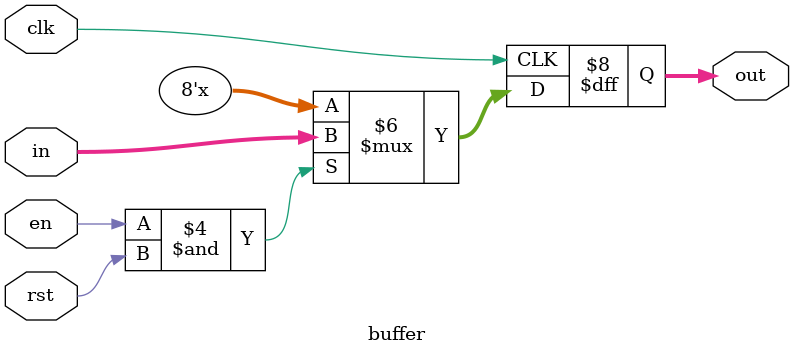
<source format=v>
`timescale 1ns / 1ps


module buffer(
input clk, rst, en,
input [7:0] in,
output reg [7:0] out
    );
    always @(posedge clk)
    begin
    if(en==1'b1 & rst==1'b1)
    begin
    out=in;
    end
    else
    begin
    out=8'bz;
    end
    end
endmodule

</source>
